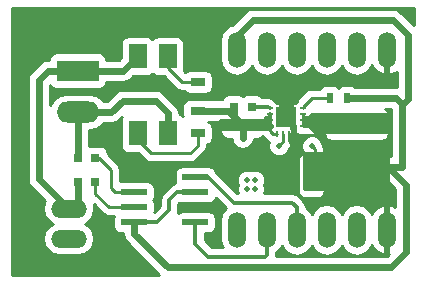
<source format=gbr>
G04 #@! TF.FileFunction,Copper,L1,Top,Signal*
%FSLAX46Y46*%
G04 Gerber Fmt 4.6, Leading zero omitted, Abs format (unit mm)*
G04 Created by KiCad (PCBNEW 4.0.4-stable) date 11/07/16 13:36:44*
%MOMM*%
%LPD*%
G01*
G04 APERTURE LIST*
%ADD10C,0.100000*%
%ADD11R,0.800000X0.750000*%
%ADD12R,0.750000X0.800000*%
%ADD13R,2.500000X1.000000*%
%ADD14R,1.000000X2.500000*%
%ADD15R,1.550000X2.100000*%
%ADD16R,1.300000X0.700000*%
%ADD17R,3.600000X1.800000*%
%ADD18O,3.600000X1.800000*%
%ADD19O,3.014980X1.506220*%
%ADD20R,0.500000X0.900000*%
%ADD21R,2.199640X0.599440*%
%ADD22R,4.200000X1.500000*%
%ADD23O,1.506220X3.014980*%
%ADD24O,0.600000X0.250000*%
%ADD25O,0.250000X0.600000*%
%ADD26R,1.700000X1.700000*%
%ADD27C,0.508000*%
%ADD28C,0.609600*%
%ADD29C,0.254000*%
%ADD30C,0.304800*%
G04 APERTURE END LIST*
D10*
D11*
X120154000Y-112268000D03*
X121654000Y-112268000D03*
X120154000Y-110236000D03*
X121654000Y-110236000D03*
D12*
X134874000Y-104406000D03*
X134874000Y-105906000D03*
X133350000Y-105906000D03*
X133350000Y-104406000D03*
D13*
X134112000Y-107466000D03*
X134112000Y-110466000D03*
D14*
X139930000Y-111760000D03*
X136930000Y-111760000D03*
D15*
X125222000Y-101652000D03*
X125222000Y-108152000D03*
X127762000Y-101652000D03*
X127762000Y-108152000D03*
D16*
X130302000Y-108138000D03*
X130302000Y-106238000D03*
X130302000Y-101920000D03*
X130302000Y-103820000D03*
D17*
X120142000Y-102870000D03*
D18*
X120142000Y-106370000D03*
D19*
X119380000Y-114554000D03*
X119380000Y-117094000D03*
D20*
X142990000Y-105156000D03*
X141490000Y-105156000D03*
D21*
X130106420Y-115697000D03*
X130106420Y-114427000D03*
X130106420Y-113157000D03*
X130106420Y-111887000D03*
X124909580Y-111887000D03*
X124909580Y-113157000D03*
X124909580Y-114427000D03*
X124909580Y-115697000D03*
D22*
X143764000Y-107420000D03*
X143764000Y-111020000D03*
D23*
X133604000Y-116332000D03*
X136144000Y-116332000D03*
X138684000Y-116332000D03*
X141224000Y-116332000D03*
X143764000Y-116332000D03*
X146304000Y-116332000D03*
X133604000Y-101092000D03*
X136144000Y-101092000D03*
X138684000Y-101092000D03*
X141224000Y-101092000D03*
X143764000Y-101092000D03*
X146304000Y-101092000D03*
D24*
X139195000Y-107557000D03*
X139195000Y-107057000D03*
X139195000Y-106557000D03*
X139195000Y-106057000D03*
D25*
X138545000Y-105407000D03*
X138045000Y-105407000D03*
X137545000Y-105407000D03*
X137045000Y-105407000D03*
D24*
X136395000Y-106057000D03*
X136395000Y-106557000D03*
X136395000Y-107057000D03*
X136395000Y-107557000D03*
D25*
X137045000Y-108207000D03*
X137545000Y-108207000D03*
X138045000Y-108207000D03*
X138545000Y-108207000D03*
D26*
X137795000Y-106807000D03*
D27*
X135128000Y-112903000D03*
X134493000Y-112903000D03*
X135128000Y-112141000D03*
X134493000Y-112141000D03*
X132207000Y-110617000D03*
X132080000Y-114554000D03*
X134112000Y-108585000D03*
X139954000Y-109220000D03*
X137160000Y-109220000D03*
D28*
X120154000Y-112268000D02*
X120154000Y-113780000D01*
X120154000Y-113780000D02*
X119380000Y-114554000D01*
X116840000Y-108966000D02*
X116840000Y-112014000D01*
X116840000Y-112014000D02*
X119380000Y-114554000D01*
X119380000Y-114554000D02*
X118618000Y-114554000D01*
X116840000Y-108966000D02*
X116840000Y-103632000D01*
X116840000Y-103632000D02*
X117602000Y-102870000D01*
X117602000Y-102870000D02*
X120142000Y-102870000D01*
X120142000Y-102870000D02*
X124004000Y-102870000D01*
X124004000Y-102870000D02*
X125222000Y-101652000D01*
D29*
X121654000Y-112268000D02*
X121654000Y-113272000D01*
X122809000Y-114427000D02*
X124909580Y-114427000D01*
X121654000Y-113272000D02*
X122809000Y-114427000D01*
D28*
X120142000Y-106370000D02*
X120142000Y-110224000D01*
X120142000Y-110224000D02*
X120154000Y-110236000D01*
X120142000Y-106370000D02*
X122936000Y-106370000D01*
X122936000Y-106370000D02*
X122992000Y-106370000D01*
X127762000Y-106426000D02*
X127762000Y-108152000D01*
X126746000Y-105410000D02*
X127762000Y-106426000D01*
X123952000Y-105410000D02*
X126746000Y-105410000D01*
X122992000Y-106370000D02*
X123952000Y-105410000D01*
D29*
X121654000Y-110236000D02*
X121920000Y-110236000D01*
X121920000Y-110236000D02*
X122936000Y-111252000D01*
X122936000Y-111252000D02*
X122936000Y-112776000D01*
X122936000Y-112776000D02*
X123317000Y-113157000D01*
X123317000Y-113157000D02*
X124909580Y-113157000D01*
X124909580Y-111887000D02*
X127000000Y-111887000D01*
X128270000Y-110617000D02*
X132207000Y-110617000D01*
X127000000Y-111887000D02*
X128270000Y-110617000D01*
X130106420Y-114427000D02*
X131953000Y-114427000D01*
X132358000Y-110466000D02*
X134112000Y-110466000D01*
X132207000Y-110617000D02*
X132358000Y-110466000D01*
X131953000Y-114427000D02*
X132080000Y-114554000D01*
D28*
X130302000Y-101920000D02*
X130876000Y-101920000D01*
X130876000Y-101920000D02*
X133350000Y-104394000D01*
X133350000Y-104394000D02*
X133350000Y-104406000D01*
D30*
X138545000Y-108207000D02*
X138545000Y-107557000D01*
X138545000Y-107557000D02*
X137795000Y-106807000D01*
X138045000Y-105407000D02*
X138045000Y-106557000D01*
X138045000Y-106557000D02*
X137795000Y-106807000D01*
D29*
X138045000Y-108207000D02*
X138045000Y-108835000D01*
X138045000Y-108835000D02*
X138176000Y-108966000D01*
X138045000Y-108207000D02*
X138545000Y-108207000D01*
X138045000Y-105407000D02*
X138545000Y-105407000D01*
X137545000Y-105407000D02*
X138045000Y-105407000D01*
D28*
X137045000Y-105407000D02*
X138545000Y-105407000D01*
X134874000Y-104406000D02*
X136044000Y-104406000D01*
X136044000Y-104406000D02*
X137045000Y-105407000D01*
X133350000Y-104406000D02*
X134874000Y-104406000D01*
D30*
X134874000Y-105906000D02*
X136244000Y-105906000D01*
X136244000Y-105906000D02*
X136395000Y-106057000D01*
D28*
X134112000Y-107466000D02*
X134112000Y-108585000D01*
D30*
X136395000Y-107057000D02*
X136395000Y-107557000D01*
X136395000Y-106557000D02*
X136395000Y-107057000D01*
D28*
X130302000Y-106238000D02*
X132884000Y-106238000D01*
X132884000Y-106238000D02*
X134112000Y-107466000D01*
X134112000Y-107466000D02*
X136304000Y-107466000D01*
X136304000Y-107466000D02*
X136395000Y-107557000D01*
D29*
X136395000Y-107557000D02*
X136395000Y-107947000D01*
X136655000Y-108207000D02*
X137045000Y-108207000D01*
X136395000Y-107947000D02*
X136655000Y-108207000D01*
D28*
X133350000Y-105906000D02*
X133350000Y-106704000D01*
X133350000Y-106704000D02*
X134112000Y-107466000D01*
X133604000Y-101092000D02*
X133604000Y-99949000D01*
X133604000Y-99949000D02*
X135001000Y-98552000D01*
X135001000Y-98552000D02*
X146812000Y-98552000D01*
X146812000Y-98552000D02*
X148082000Y-99822000D01*
X148082000Y-99822000D02*
X148082000Y-105283000D01*
X148082000Y-105283000D02*
X147574000Y-105791000D01*
X124909580Y-115697000D02*
X124909580Y-116654580D01*
X147955000Y-112522000D02*
X146453000Y-111020000D01*
X147955000Y-118237000D02*
X147955000Y-112522000D01*
X146685000Y-119507000D02*
X147955000Y-118237000D01*
X127762000Y-119507000D02*
X146685000Y-119507000D01*
X124909580Y-116654580D02*
X127762000Y-119507000D01*
D30*
X124909580Y-115697000D02*
X126873000Y-115697000D01*
X128524000Y-113157000D02*
X130106420Y-113157000D01*
X127889000Y-113792000D02*
X128524000Y-113157000D01*
X127889000Y-114681000D02*
X127889000Y-113792000D01*
X126873000Y-115697000D02*
X127889000Y-114681000D01*
D29*
X137545000Y-108207000D02*
X137545000Y-108835000D01*
X140208000Y-109474000D02*
X140208000Y-109982000D01*
X139954000Y-109220000D02*
X140208000Y-109474000D01*
X137545000Y-108835000D02*
X137160000Y-109220000D01*
D28*
X142990000Y-105156000D02*
X147066000Y-105156000D01*
X147552000Y-111020000D02*
X146453000Y-111020000D01*
X147574000Y-110998000D02*
X147552000Y-111020000D01*
X147574000Y-105664000D02*
X147574000Y-105791000D01*
X147574000Y-105791000D02*
X147574000Y-110998000D01*
X147066000Y-105156000D02*
X147574000Y-105664000D01*
X146453000Y-111020000D02*
X143764000Y-111020000D01*
D29*
X125222000Y-108152000D02*
X125222000Y-108712000D01*
X125222000Y-108712000D02*
X126365000Y-109855000D01*
X126365000Y-109855000D02*
X129667000Y-109855000D01*
X129667000Y-109855000D02*
X130302000Y-109220000D01*
X130302000Y-109220000D02*
X130302000Y-108138000D01*
X127762000Y-101652000D02*
X127762000Y-102616000D01*
X127762000Y-102616000D02*
X128966000Y-103820000D01*
X128966000Y-103820000D02*
X130302000Y-103820000D01*
X139195000Y-107557000D02*
X143627000Y-107557000D01*
X143627000Y-107557000D02*
X143764000Y-107420000D01*
X139195000Y-107057000D02*
X139195000Y-107557000D01*
X139195000Y-106557000D02*
X139195000Y-107057000D01*
X139195000Y-106057000D02*
X139195000Y-105915000D01*
X139954000Y-105156000D02*
X141490000Y-105156000D01*
X139195000Y-105915000D02*
X139954000Y-105156000D01*
D30*
X130106420Y-111887000D02*
X131191000Y-111887000D01*
X131191000Y-111887000D02*
X133350000Y-114046000D01*
X133350000Y-114046000D02*
X138303000Y-114046000D01*
X138303000Y-114046000D02*
X138684000Y-114427000D01*
X138684000Y-114427000D02*
X138684000Y-116332000D01*
X130106420Y-115697000D02*
X130106420Y-117533420D01*
X136144000Y-118491000D02*
X136144000Y-116332000D01*
X136017000Y-118618000D02*
X136144000Y-118491000D01*
X131191000Y-118618000D02*
X136017000Y-118618000D01*
X130106420Y-117533420D02*
X131191000Y-118618000D01*
D29*
G36*
X146431000Y-108077000D02*
X140260606Y-108077000D01*
X139789803Y-107606197D01*
X139747789Y-107578334D01*
X139700000Y-107569000D01*
X139332400Y-107569000D01*
X139332400Y-107557000D01*
X139292440Y-107356107D01*
X139292440Y-106817000D01*
X139388318Y-106817000D01*
X139679157Y-106759148D01*
X139925719Y-106594401D01*
X139953382Y-106553000D01*
X146431000Y-106553000D01*
X146431000Y-108077000D01*
X146431000Y-108077000D01*
G37*
X146431000Y-108077000D02*
X140260606Y-108077000D01*
X139789803Y-107606197D01*
X139747789Y-107578334D01*
X139700000Y-107569000D01*
X139332400Y-107569000D01*
X139332400Y-107557000D01*
X139292440Y-107356107D01*
X139292440Y-106817000D01*
X139388318Y-106817000D01*
X139679157Y-106759148D01*
X139925719Y-106594401D01*
X139953382Y-106553000D01*
X146431000Y-106553000D01*
X146431000Y-108077000D01*
G36*
X146431000Y-112903000D02*
X139319000Y-112903000D01*
X139319000Y-109855000D01*
X146431000Y-109855000D01*
X146431000Y-112903000D01*
X146431000Y-112903000D01*
G37*
X146431000Y-112903000D02*
X139319000Y-112903000D01*
X139319000Y-109855000D01*
X146431000Y-109855000D01*
X146431000Y-112903000D01*
G36*
X148590000Y-99000922D02*
X147476539Y-97887461D01*
X147171646Y-97683738D01*
X146812000Y-97612200D01*
X135001000Y-97612200D01*
X134641354Y-97683738D01*
X134336461Y-97887461D01*
X133244970Y-98978952D01*
X133072793Y-99013200D01*
X132622458Y-99314104D01*
X132321554Y-99764439D01*
X132215890Y-100295646D01*
X132215890Y-101888354D01*
X132321554Y-102419561D01*
X132622458Y-102869896D01*
X133072793Y-103170800D01*
X133604000Y-103276464D01*
X134135207Y-103170800D01*
X134585542Y-102869896D01*
X134874000Y-102438188D01*
X135162458Y-102869896D01*
X135612793Y-103170800D01*
X136144000Y-103276464D01*
X136675207Y-103170800D01*
X137125542Y-102869896D01*
X137414000Y-102438188D01*
X137702458Y-102869896D01*
X138152793Y-103170800D01*
X138684000Y-103276464D01*
X139215207Y-103170800D01*
X139665542Y-102869896D01*
X139954000Y-102438188D01*
X140242458Y-102869896D01*
X140692793Y-103170800D01*
X141224000Y-103276464D01*
X141755207Y-103170800D01*
X142205542Y-102869896D01*
X142494000Y-102438188D01*
X142782458Y-102869896D01*
X143232793Y-103170800D01*
X143764000Y-103276464D01*
X144295207Y-103170800D01*
X144745542Y-102869896D01*
X145046446Y-102419561D01*
X145047016Y-102416694D01*
X145070154Y-102494919D01*
X145412260Y-102917724D01*
X145890125Y-103177427D01*
X145962326Y-103191783D01*
X146177000Y-103069162D01*
X146177000Y-101219000D01*
X146157000Y-101219000D01*
X146157000Y-100965000D01*
X146177000Y-100965000D01*
X146177000Y-100945000D01*
X146431000Y-100945000D01*
X146431000Y-100965000D01*
X146451000Y-100965000D01*
X146451000Y-101219000D01*
X146431000Y-101219000D01*
X146431000Y-103069162D01*
X146645674Y-103191783D01*
X146717875Y-103177427D01*
X147142200Y-102946821D01*
X147142200Y-104231357D01*
X147066000Y-104216200D01*
X143647950Y-104216200D01*
X143491890Y-104109569D01*
X143240000Y-104058560D01*
X142740000Y-104058560D01*
X142504683Y-104102838D01*
X142288559Y-104241910D01*
X142240866Y-104311711D01*
X142204090Y-104254559D01*
X141991890Y-104109569D01*
X141740000Y-104058560D01*
X141240000Y-104058560D01*
X141004683Y-104102838D01*
X140788559Y-104241910D01*
X140684640Y-104394000D01*
X139954000Y-104394000D01*
X139662395Y-104452004D01*
X139415185Y-104617185D01*
X138656185Y-105376185D01*
X138637851Y-105403623D01*
X138464281Y-105519599D01*
X138299534Y-105766161D01*
X138241682Y-106057000D01*
X138291411Y-106307000D01*
X138241682Y-106557000D01*
X138291411Y-106807000D01*
X138241682Y-107057000D01*
X138291411Y-107307000D01*
X138241682Y-107557000D01*
X138299534Y-107847839D01*
X138464281Y-108094401D01*
X138710843Y-108259148D01*
X139001682Y-108317000D01*
X139184945Y-108317000D01*
X139195000Y-108319000D01*
X141044596Y-108319000D01*
X141060838Y-108405317D01*
X141199910Y-108621441D01*
X141412110Y-108766431D01*
X141664000Y-108817440D01*
X145864000Y-108817440D01*
X146099317Y-108773162D01*
X146315441Y-108634090D01*
X146460431Y-108421890D01*
X146511440Y-108170000D01*
X146511440Y-106670000D01*
X146467162Y-106434683D01*
X146328090Y-106218559D01*
X146148426Y-106095800D01*
X146634200Y-106095800D01*
X146634200Y-110080200D01*
X146475727Y-110080200D01*
X146467162Y-110034683D01*
X146328090Y-109818559D01*
X146115890Y-109673569D01*
X145864000Y-109622560D01*
X141664000Y-109622560D01*
X141428683Y-109666838D01*
X141212559Y-109805910D01*
X141067569Y-110018110D01*
X141019813Y-110253938D01*
X140940443Y-110130593D01*
X140970000Y-109982000D01*
X140970000Y-109474000D01*
X140911996Y-109182395D01*
X140848870Y-109087920D01*
X140843123Y-109079319D01*
X140843154Y-109043943D01*
X140708097Y-108717080D01*
X140458236Y-108466782D01*
X140131609Y-108331154D01*
X139777943Y-108330846D01*
X139451080Y-108465903D01*
X139200782Y-108715764D01*
X139065154Y-109042391D01*
X139064846Y-109396057D01*
X139199903Y-109722920D01*
X139353642Y-109876928D01*
X139194683Y-109906838D01*
X138978559Y-110045910D01*
X138833569Y-110258110D01*
X138782560Y-110510000D01*
X138782560Y-113010000D01*
X138826838Y-113245317D01*
X138965910Y-113461441D01*
X139178110Y-113606431D01*
X139430000Y-113657440D01*
X140430000Y-113657440D01*
X140665317Y-113613162D01*
X140881441Y-113474090D01*
X141026431Y-113261890D01*
X141077440Y-113010000D01*
X141077440Y-112031117D01*
X141199910Y-112221441D01*
X141412110Y-112366431D01*
X141664000Y-112417440D01*
X145864000Y-112417440D01*
X146099317Y-112373162D01*
X146315441Y-112234090D01*
X146324603Y-112220681D01*
X147015200Y-112911278D01*
X147015200Y-114408159D01*
X146717875Y-114246573D01*
X146645674Y-114232217D01*
X146431000Y-114354838D01*
X146431000Y-116205000D01*
X146451000Y-116205000D01*
X146451000Y-116459000D01*
X146431000Y-116459000D01*
X146431000Y-118309162D01*
X146509132Y-118353790D01*
X146295722Y-118567200D01*
X136916243Y-118567200D01*
X136931400Y-118491000D01*
X136931400Y-118239617D01*
X137125542Y-118109896D01*
X137414000Y-117678188D01*
X137702458Y-118109896D01*
X138152793Y-118410800D01*
X138684000Y-118516464D01*
X139215207Y-118410800D01*
X139665542Y-118109896D01*
X139954000Y-117678188D01*
X140242458Y-118109896D01*
X140692793Y-118410800D01*
X141224000Y-118516464D01*
X141755207Y-118410800D01*
X142205542Y-118109896D01*
X142494000Y-117678188D01*
X142782458Y-118109896D01*
X143232793Y-118410800D01*
X143764000Y-118516464D01*
X144295207Y-118410800D01*
X144745542Y-118109896D01*
X145046446Y-117659561D01*
X145047016Y-117656694D01*
X145070154Y-117734919D01*
X145412260Y-118157724D01*
X145890125Y-118417427D01*
X145962326Y-118431783D01*
X146177000Y-118309162D01*
X146177000Y-116459000D01*
X146157000Y-116459000D01*
X146157000Y-116205000D01*
X146177000Y-116205000D01*
X146177000Y-114354838D01*
X145962326Y-114232217D01*
X145890125Y-114246573D01*
X145412260Y-114506276D01*
X145070154Y-114929081D01*
X145047016Y-115007306D01*
X145046446Y-115004439D01*
X144745542Y-114554104D01*
X144295207Y-114253200D01*
X143764000Y-114147536D01*
X143232793Y-114253200D01*
X142782458Y-114554104D01*
X142494000Y-114985812D01*
X142205542Y-114554104D01*
X141755207Y-114253200D01*
X141224000Y-114147536D01*
X140692793Y-114253200D01*
X140242458Y-114554104D01*
X139954000Y-114985812D01*
X139665542Y-114554104D01*
X139470800Y-114423981D01*
X139411463Y-114125675D01*
X139240776Y-113870224D01*
X138859776Y-113489224D01*
X138604325Y-113318537D01*
X138303000Y-113258600D01*
X135942937Y-113258600D01*
X136016846Y-113080609D01*
X136017154Y-112726943D01*
X135932432Y-112521900D01*
X136016846Y-112318609D01*
X136017154Y-111964943D01*
X135882097Y-111638080D01*
X135632236Y-111387782D01*
X135305609Y-111252154D01*
X134951943Y-111251846D01*
X134810557Y-111310266D01*
X134670609Y-111252154D01*
X134316943Y-111251846D01*
X133990080Y-111386903D01*
X133739782Y-111636764D01*
X133604154Y-111963391D01*
X133603846Y-112317057D01*
X133688568Y-112522100D01*
X133604154Y-112725391D01*
X133603846Y-113079057D01*
X133678032Y-113258600D01*
X133676152Y-113258600D01*
X131818647Y-111401095D01*
X131809402Y-111351963D01*
X131670330Y-111135839D01*
X131458130Y-110990849D01*
X131206240Y-110939840D01*
X129006600Y-110939840D01*
X128771283Y-110984118D01*
X128555159Y-111123190D01*
X128410169Y-111335390D01*
X128359160Y-111587280D01*
X128359160Y-112186720D01*
X128398277Y-112394608D01*
X128222675Y-112429537D01*
X127967224Y-112600224D01*
X127332224Y-113235224D01*
X127161537Y-113490675D01*
X127101600Y-113792000D01*
X127101600Y-114354848D01*
X126638332Y-114818116D01*
X126656840Y-114726720D01*
X126656840Y-114127280D01*
X126612562Y-113891963D01*
X126548536Y-113792464D01*
X126605831Y-113708610D01*
X126656840Y-113456720D01*
X126656840Y-112857280D01*
X126612562Y-112621963D01*
X126473490Y-112405839D01*
X126261290Y-112260849D01*
X126009400Y-112209840D01*
X123809760Y-112209840D01*
X123698000Y-112230869D01*
X123698000Y-111252000D01*
X123639996Y-110960395D01*
X123474815Y-110713185D01*
X122701440Y-109939810D01*
X122701440Y-109861000D01*
X122657162Y-109625683D01*
X122518090Y-109409559D01*
X122305890Y-109264569D01*
X122054000Y-109213560D01*
X121254000Y-109213560D01*
X121081800Y-109245962D01*
X121081800Y-107905000D01*
X121089704Y-107905000D01*
X121677123Y-107788155D01*
X122175113Y-107455409D01*
X122272406Y-107309800D01*
X122992000Y-107309800D01*
X123351646Y-107238262D01*
X123656539Y-107034539D01*
X123871281Y-106819797D01*
X123850569Y-106850110D01*
X123799560Y-107102000D01*
X123799560Y-109202000D01*
X123843838Y-109437317D01*
X123982910Y-109653441D01*
X124195110Y-109798431D01*
X124447000Y-109849440D01*
X125281810Y-109849440D01*
X125826185Y-110393815D01*
X126073395Y-110558996D01*
X126365000Y-110617000D01*
X129667000Y-110617000D01*
X129958605Y-110558996D01*
X130205815Y-110393815D01*
X130840816Y-109758815D01*
X130971391Y-109563395D01*
X131005996Y-109511605D01*
X131064000Y-109220000D01*
X131064000Y-109114366D01*
X131187317Y-109091162D01*
X131403441Y-108952090D01*
X131548431Y-108739890D01*
X131599440Y-108488000D01*
X131599440Y-107788000D01*
X131555162Y-107552683D01*
X131416090Y-107336559D01*
X131203890Y-107191569D01*
X131190803Y-107188919D01*
X131208082Y-107177800D01*
X132214560Y-107177800D01*
X132214560Y-107966000D01*
X132258838Y-108201317D01*
X132397910Y-108417441D01*
X132610110Y-108562431D01*
X132862000Y-108613440D01*
X133177857Y-108613440D01*
X133243738Y-108944646D01*
X133447461Y-109249539D01*
X133752354Y-109453262D01*
X134112000Y-109524800D01*
X134471646Y-109453262D01*
X134776539Y-109249539D01*
X134980262Y-108944646D01*
X135046143Y-108613440D01*
X135362000Y-108613440D01*
X135597317Y-108569162D01*
X135813441Y-108430090D01*
X135816227Y-108426013D01*
X135856185Y-108485815D01*
X136116185Y-108745816D01*
X136333898Y-108891287D01*
X136271154Y-109042391D01*
X136270846Y-109396057D01*
X136405903Y-109722920D01*
X136655764Y-109973218D01*
X136982391Y-110108846D01*
X137336057Y-110109154D01*
X137662920Y-109974097D01*
X137913218Y-109724236D01*
X138040910Y-109416721D01*
X138083815Y-109373816D01*
X138248996Y-109126605D01*
X138307000Y-108835000D01*
X138307000Y-108207000D01*
X138305000Y-108196945D01*
X138305000Y-108013682D01*
X138247148Y-107722843D01*
X138082401Y-107476281D01*
X137835839Y-107311534D01*
X137545000Y-107253682D01*
X137299481Y-107302519D01*
X137348318Y-107057000D01*
X137298589Y-106807000D01*
X137348318Y-106557000D01*
X137298589Y-106307000D01*
X137348318Y-106057000D01*
X137290466Y-105766161D01*
X137125719Y-105519599D01*
X136879157Y-105354852D01*
X136779545Y-105335038D01*
X136545325Y-105178537D01*
X136244000Y-105118600D01*
X135754299Y-105118600D01*
X135713090Y-105054559D01*
X135500890Y-104909569D01*
X135249000Y-104858560D01*
X134499000Y-104858560D01*
X134263683Y-104902838D01*
X134110913Y-105001143D01*
X133976890Y-104909569D01*
X133725000Y-104858560D01*
X132975000Y-104858560D01*
X132739683Y-104902838D01*
X132523559Y-105041910D01*
X132378569Y-105254110D01*
X132369641Y-105298200D01*
X131213595Y-105298200D01*
X131203890Y-105291569D01*
X130952000Y-105240560D01*
X129652000Y-105240560D01*
X129416683Y-105284838D01*
X129200559Y-105423910D01*
X129055569Y-105636110D01*
X129004560Y-105888000D01*
X129004560Y-106588000D01*
X129022630Y-106684033D01*
X129001090Y-106650559D01*
X128788890Y-106505569D01*
X128701800Y-106487933D01*
X128701800Y-106426000D01*
X128630262Y-106066354D01*
X128426539Y-105761461D01*
X127410539Y-104745461D01*
X127105646Y-104541738D01*
X126746000Y-104470200D01*
X123952000Y-104470200D01*
X123592354Y-104541738D01*
X123287461Y-104745461D01*
X122602722Y-105430200D01*
X122272406Y-105430200D01*
X122175113Y-105284591D01*
X121677123Y-104951845D01*
X121089704Y-104835000D01*
X119194296Y-104835000D01*
X118606877Y-104951845D01*
X118108887Y-105284591D01*
X117779800Y-105777105D01*
X117779800Y-104068974D01*
X117877910Y-104221441D01*
X118090110Y-104366431D01*
X118342000Y-104417440D01*
X121942000Y-104417440D01*
X122177317Y-104373162D01*
X122393441Y-104234090D01*
X122538431Y-104021890D01*
X122581380Y-103809800D01*
X124004000Y-103809800D01*
X124363646Y-103738262D01*
X124668539Y-103534539D01*
X124853638Y-103349440D01*
X125997000Y-103349440D01*
X126232317Y-103305162D01*
X126448441Y-103166090D01*
X126490984Y-103103826D01*
X126522910Y-103153441D01*
X126735110Y-103298431D01*
X126987000Y-103349440D01*
X127417810Y-103349440D01*
X128427185Y-104358815D01*
X128674395Y-104523996D01*
X128966000Y-104582000D01*
X129162530Y-104582000D01*
X129187910Y-104621441D01*
X129400110Y-104766431D01*
X129652000Y-104817440D01*
X130952000Y-104817440D01*
X131187317Y-104773162D01*
X131403441Y-104634090D01*
X131548431Y-104421890D01*
X131599440Y-104170000D01*
X131599440Y-103470000D01*
X131555162Y-103234683D01*
X131416090Y-103018559D01*
X131203890Y-102873569D01*
X130952000Y-102822560D01*
X129652000Y-102822560D01*
X129416683Y-102866838D01*
X129218193Y-102994563D01*
X129140856Y-102917226D01*
X129184440Y-102702000D01*
X129184440Y-100602000D01*
X129140162Y-100366683D01*
X129001090Y-100150559D01*
X128788890Y-100005569D01*
X128537000Y-99954560D01*
X126987000Y-99954560D01*
X126751683Y-99998838D01*
X126535559Y-100137910D01*
X126493016Y-100200174D01*
X126461090Y-100150559D01*
X126248890Y-100005569D01*
X125997000Y-99954560D01*
X124447000Y-99954560D01*
X124211683Y-99998838D01*
X123995559Y-100137910D01*
X123850569Y-100350110D01*
X123799560Y-100602000D01*
X123799560Y-101745362D01*
X123614722Y-101930200D01*
X122581951Y-101930200D01*
X122545162Y-101734683D01*
X122406090Y-101518559D01*
X122193890Y-101373569D01*
X121942000Y-101322560D01*
X118342000Y-101322560D01*
X118106683Y-101366838D01*
X117890559Y-101505910D01*
X117745569Y-101718110D01*
X117702620Y-101930200D01*
X117602000Y-101930200D01*
X117242354Y-102001738D01*
X116937461Y-102205461D01*
X116175461Y-102967461D01*
X115971738Y-103272354D01*
X115900200Y-103632000D01*
X115900200Y-112014000D01*
X115971738Y-112373646D01*
X116175461Y-112678539D01*
X117388725Y-113891803D01*
X117301200Y-114022793D01*
X117195536Y-114554000D01*
X117301200Y-115085207D01*
X117602104Y-115535542D01*
X118033812Y-115824000D01*
X117602104Y-116112458D01*
X117301200Y-116562793D01*
X117195536Y-117094000D01*
X117301200Y-117625207D01*
X117602104Y-118075542D01*
X118052439Y-118376446D01*
X118583646Y-118482110D01*
X120176354Y-118482110D01*
X120707561Y-118376446D01*
X121157896Y-118075542D01*
X121458800Y-117625207D01*
X121564464Y-117094000D01*
X121458800Y-116562793D01*
X121157896Y-116112458D01*
X120726188Y-115824000D01*
X121157896Y-115535542D01*
X121458800Y-115085207D01*
X121564464Y-114554000D01*
X121491486Y-114187116D01*
X122270185Y-114965816D01*
X122369927Y-115032461D01*
X122517395Y-115130996D01*
X122809000Y-115189000D01*
X123204498Y-115189000D01*
X123162320Y-115397280D01*
X123162320Y-115996720D01*
X123206598Y-116232037D01*
X123345670Y-116448161D01*
X123557870Y-116593151D01*
X123809760Y-116644160D01*
X123969780Y-116644160D01*
X123969780Y-116654580D01*
X124041318Y-117014226D01*
X124245041Y-117319119D01*
X127067922Y-120142000D01*
X114554000Y-120142000D01*
X114554000Y-97536000D01*
X148590000Y-97536000D01*
X148590000Y-99000922D01*
X148590000Y-99000922D01*
G37*
X148590000Y-99000922D02*
X147476539Y-97887461D01*
X147171646Y-97683738D01*
X146812000Y-97612200D01*
X135001000Y-97612200D01*
X134641354Y-97683738D01*
X134336461Y-97887461D01*
X133244970Y-98978952D01*
X133072793Y-99013200D01*
X132622458Y-99314104D01*
X132321554Y-99764439D01*
X132215890Y-100295646D01*
X132215890Y-101888354D01*
X132321554Y-102419561D01*
X132622458Y-102869896D01*
X133072793Y-103170800D01*
X133604000Y-103276464D01*
X134135207Y-103170800D01*
X134585542Y-102869896D01*
X134874000Y-102438188D01*
X135162458Y-102869896D01*
X135612793Y-103170800D01*
X136144000Y-103276464D01*
X136675207Y-103170800D01*
X137125542Y-102869896D01*
X137414000Y-102438188D01*
X137702458Y-102869896D01*
X138152793Y-103170800D01*
X138684000Y-103276464D01*
X139215207Y-103170800D01*
X139665542Y-102869896D01*
X139954000Y-102438188D01*
X140242458Y-102869896D01*
X140692793Y-103170800D01*
X141224000Y-103276464D01*
X141755207Y-103170800D01*
X142205542Y-102869896D01*
X142494000Y-102438188D01*
X142782458Y-102869896D01*
X143232793Y-103170800D01*
X143764000Y-103276464D01*
X144295207Y-103170800D01*
X144745542Y-102869896D01*
X145046446Y-102419561D01*
X145047016Y-102416694D01*
X145070154Y-102494919D01*
X145412260Y-102917724D01*
X145890125Y-103177427D01*
X145962326Y-103191783D01*
X146177000Y-103069162D01*
X146177000Y-101219000D01*
X146157000Y-101219000D01*
X146157000Y-100965000D01*
X146177000Y-100965000D01*
X146177000Y-100945000D01*
X146431000Y-100945000D01*
X146431000Y-100965000D01*
X146451000Y-100965000D01*
X146451000Y-101219000D01*
X146431000Y-101219000D01*
X146431000Y-103069162D01*
X146645674Y-103191783D01*
X146717875Y-103177427D01*
X147142200Y-102946821D01*
X147142200Y-104231357D01*
X147066000Y-104216200D01*
X143647950Y-104216200D01*
X143491890Y-104109569D01*
X143240000Y-104058560D01*
X142740000Y-104058560D01*
X142504683Y-104102838D01*
X142288559Y-104241910D01*
X142240866Y-104311711D01*
X142204090Y-104254559D01*
X141991890Y-104109569D01*
X141740000Y-104058560D01*
X141240000Y-104058560D01*
X141004683Y-104102838D01*
X140788559Y-104241910D01*
X140684640Y-104394000D01*
X139954000Y-104394000D01*
X139662395Y-104452004D01*
X139415185Y-104617185D01*
X138656185Y-105376185D01*
X138637851Y-105403623D01*
X138464281Y-105519599D01*
X138299534Y-105766161D01*
X138241682Y-106057000D01*
X138291411Y-106307000D01*
X138241682Y-106557000D01*
X138291411Y-106807000D01*
X138241682Y-107057000D01*
X138291411Y-107307000D01*
X138241682Y-107557000D01*
X138299534Y-107847839D01*
X138464281Y-108094401D01*
X138710843Y-108259148D01*
X139001682Y-108317000D01*
X139184945Y-108317000D01*
X139195000Y-108319000D01*
X141044596Y-108319000D01*
X141060838Y-108405317D01*
X141199910Y-108621441D01*
X141412110Y-108766431D01*
X141664000Y-108817440D01*
X145864000Y-108817440D01*
X146099317Y-108773162D01*
X146315441Y-108634090D01*
X146460431Y-108421890D01*
X146511440Y-108170000D01*
X146511440Y-106670000D01*
X146467162Y-106434683D01*
X146328090Y-106218559D01*
X146148426Y-106095800D01*
X146634200Y-106095800D01*
X146634200Y-110080200D01*
X146475727Y-110080200D01*
X146467162Y-110034683D01*
X146328090Y-109818559D01*
X146115890Y-109673569D01*
X145864000Y-109622560D01*
X141664000Y-109622560D01*
X141428683Y-109666838D01*
X141212559Y-109805910D01*
X141067569Y-110018110D01*
X141019813Y-110253938D01*
X140940443Y-110130593D01*
X140970000Y-109982000D01*
X140970000Y-109474000D01*
X140911996Y-109182395D01*
X140848870Y-109087920D01*
X140843123Y-109079319D01*
X140843154Y-109043943D01*
X140708097Y-108717080D01*
X140458236Y-108466782D01*
X140131609Y-108331154D01*
X139777943Y-108330846D01*
X139451080Y-108465903D01*
X139200782Y-108715764D01*
X139065154Y-109042391D01*
X139064846Y-109396057D01*
X139199903Y-109722920D01*
X139353642Y-109876928D01*
X139194683Y-109906838D01*
X138978559Y-110045910D01*
X138833569Y-110258110D01*
X138782560Y-110510000D01*
X138782560Y-113010000D01*
X138826838Y-113245317D01*
X138965910Y-113461441D01*
X139178110Y-113606431D01*
X139430000Y-113657440D01*
X140430000Y-113657440D01*
X140665317Y-113613162D01*
X140881441Y-113474090D01*
X141026431Y-113261890D01*
X141077440Y-113010000D01*
X141077440Y-112031117D01*
X141199910Y-112221441D01*
X141412110Y-112366431D01*
X141664000Y-112417440D01*
X145864000Y-112417440D01*
X146099317Y-112373162D01*
X146315441Y-112234090D01*
X146324603Y-112220681D01*
X147015200Y-112911278D01*
X147015200Y-114408159D01*
X146717875Y-114246573D01*
X146645674Y-114232217D01*
X146431000Y-114354838D01*
X146431000Y-116205000D01*
X146451000Y-116205000D01*
X146451000Y-116459000D01*
X146431000Y-116459000D01*
X146431000Y-118309162D01*
X146509132Y-118353790D01*
X146295722Y-118567200D01*
X136916243Y-118567200D01*
X136931400Y-118491000D01*
X136931400Y-118239617D01*
X137125542Y-118109896D01*
X137414000Y-117678188D01*
X137702458Y-118109896D01*
X138152793Y-118410800D01*
X138684000Y-118516464D01*
X139215207Y-118410800D01*
X139665542Y-118109896D01*
X139954000Y-117678188D01*
X140242458Y-118109896D01*
X140692793Y-118410800D01*
X141224000Y-118516464D01*
X141755207Y-118410800D01*
X142205542Y-118109896D01*
X142494000Y-117678188D01*
X142782458Y-118109896D01*
X143232793Y-118410800D01*
X143764000Y-118516464D01*
X144295207Y-118410800D01*
X144745542Y-118109896D01*
X145046446Y-117659561D01*
X145047016Y-117656694D01*
X145070154Y-117734919D01*
X145412260Y-118157724D01*
X145890125Y-118417427D01*
X145962326Y-118431783D01*
X146177000Y-118309162D01*
X146177000Y-116459000D01*
X146157000Y-116459000D01*
X146157000Y-116205000D01*
X146177000Y-116205000D01*
X146177000Y-114354838D01*
X145962326Y-114232217D01*
X145890125Y-114246573D01*
X145412260Y-114506276D01*
X145070154Y-114929081D01*
X145047016Y-115007306D01*
X145046446Y-115004439D01*
X144745542Y-114554104D01*
X144295207Y-114253200D01*
X143764000Y-114147536D01*
X143232793Y-114253200D01*
X142782458Y-114554104D01*
X142494000Y-114985812D01*
X142205542Y-114554104D01*
X141755207Y-114253200D01*
X141224000Y-114147536D01*
X140692793Y-114253200D01*
X140242458Y-114554104D01*
X139954000Y-114985812D01*
X139665542Y-114554104D01*
X139470800Y-114423981D01*
X139411463Y-114125675D01*
X139240776Y-113870224D01*
X138859776Y-113489224D01*
X138604325Y-113318537D01*
X138303000Y-113258600D01*
X135942937Y-113258600D01*
X136016846Y-113080609D01*
X136017154Y-112726943D01*
X135932432Y-112521900D01*
X136016846Y-112318609D01*
X136017154Y-111964943D01*
X135882097Y-111638080D01*
X135632236Y-111387782D01*
X135305609Y-111252154D01*
X134951943Y-111251846D01*
X134810557Y-111310266D01*
X134670609Y-111252154D01*
X134316943Y-111251846D01*
X133990080Y-111386903D01*
X133739782Y-111636764D01*
X133604154Y-111963391D01*
X133603846Y-112317057D01*
X133688568Y-112522100D01*
X133604154Y-112725391D01*
X133603846Y-113079057D01*
X133678032Y-113258600D01*
X133676152Y-113258600D01*
X131818647Y-111401095D01*
X131809402Y-111351963D01*
X131670330Y-111135839D01*
X131458130Y-110990849D01*
X131206240Y-110939840D01*
X129006600Y-110939840D01*
X128771283Y-110984118D01*
X128555159Y-111123190D01*
X128410169Y-111335390D01*
X128359160Y-111587280D01*
X128359160Y-112186720D01*
X128398277Y-112394608D01*
X128222675Y-112429537D01*
X127967224Y-112600224D01*
X127332224Y-113235224D01*
X127161537Y-113490675D01*
X127101600Y-113792000D01*
X127101600Y-114354848D01*
X126638332Y-114818116D01*
X126656840Y-114726720D01*
X126656840Y-114127280D01*
X126612562Y-113891963D01*
X126548536Y-113792464D01*
X126605831Y-113708610D01*
X126656840Y-113456720D01*
X126656840Y-112857280D01*
X126612562Y-112621963D01*
X126473490Y-112405839D01*
X126261290Y-112260849D01*
X126009400Y-112209840D01*
X123809760Y-112209840D01*
X123698000Y-112230869D01*
X123698000Y-111252000D01*
X123639996Y-110960395D01*
X123474815Y-110713185D01*
X122701440Y-109939810D01*
X122701440Y-109861000D01*
X122657162Y-109625683D01*
X122518090Y-109409559D01*
X122305890Y-109264569D01*
X122054000Y-109213560D01*
X121254000Y-109213560D01*
X121081800Y-109245962D01*
X121081800Y-107905000D01*
X121089704Y-107905000D01*
X121677123Y-107788155D01*
X122175113Y-107455409D01*
X122272406Y-107309800D01*
X122992000Y-107309800D01*
X123351646Y-107238262D01*
X123656539Y-107034539D01*
X123871281Y-106819797D01*
X123850569Y-106850110D01*
X123799560Y-107102000D01*
X123799560Y-109202000D01*
X123843838Y-109437317D01*
X123982910Y-109653441D01*
X124195110Y-109798431D01*
X124447000Y-109849440D01*
X125281810Y-109849440D01*
X125826185Y-110393815D01*
X126073395Y-110558996D01*
X126365000Y-110617000D01*
X129667000Y-110617000D01*
X129958605Y-110558996D01*
X130205815Y-110393815D01*
X130840816Y-109758815D01*
X130971391Y-109563395D01*
X131005996Y-109511605D01*
X131064000Y-109220000D01*
X131064000Y-109114366D01*
X131187317Y-109091162D01*
X131403441Y-108952090D01*
X131548431Y-108739890D01*
X131599440Y-108488000D01*
X131599440Y-107788000D01*
X131555162Y-107552683D01*
X131416090Y-107336559D01*
X131203890Y-107191569D01*
X131190803Y-107188919D01*
X131208082Y-107177800D01*
X132214560Y-107177800D01*
X132214560Y-107966000D01*
X132258838Y-108201317D01*
X132397910Y-108417441D01*
X132610110Y-108562431D01*
X132862000Y-108613440D01*
X133177857Y-108613440D01*
X133243738Y-108944646D01*
X133447461Y-109249539D01*
X133752354Y-109453262D01*
X134112000Y-109524800D01*
X134471646Y-109453262D01*
X134776539Y-109249539D01*
X134980262Y-108944646D01*
X135046143Y-108613440D01*
X135362000Y-108613440D01*
X135597317Y-108569162D01*
X135813441Y-108430090D01*
X135816227Y-108426013D01*
X135856185Y-108485815D01*
X136116185Y-108745816D01*
X136333898Y-108891287D01*
X136271154Y-109042391D01*
X136270846Y-109396057D01*
X136405903Y-109722920D01*
X136655764Y-109973218D01*
X136982391Y-110108846D01*
X137336057Y-110109154D01*
X137662920Y-109974097D01*
X137913218Y-109724236D01*
X138040910Y-109416721D01*
X138083815Y-109373816D01*
X138248996Y-109126605D01*
X138307000Y-108835000D01*
X138307000Y-108207000D01*
X138305000Y-108196945D01*
X138305000Y-108013682D01*
X138247148Y-107722843D01*
X138082401Y-107476281D01*
X137835839Y-107311534D01*
X137545000Y-107253682D01*
X137299481Y-107302519D01*
X137348318Y-107057000D01*
X137298589Y-106807000D01*
X137348318Y-106557000D01*
X137298589Y-106307000D01*
X137348318Y-106057000D01*
X137290466Y-105766161D01*
X137125719Y-105519599D01*
X136879157Y-105354852D01*
X136779545Y-105335038D01*
X136545325Y-105178537D01*
X136244000Y-105118600D01*
X135754299Y-105118600D01*
X135713090Y-105054559D01*
X135500890Y-104909569D01*
X135249000Y-104858560D01*
X134499000Y-104858560D01*
X134263683Y-104902838D01*
X134110913Y-105001143D01*
X133976890Y-104909569D01*
X133725000Y-104858560D01*
X132975000Y-104858560D01*
X132739683Y-104902838D01*
X132523559Y-105041910D01*
X132378569Y-105254110D01*
X132369641Y-105298200D01*
X131213595Y-105298200D01*
X131203890Y-105291569D01*
X130952000Y-105240560D01*
X129652000Y-105240560D01*
X129416683Y-105284838D01*
X129200559Y-105423910D01*
X129055569Y-105636110D01*
X129004560Y-105888000D01*
X129004560Y-106588000D01*
X129022630Y-106684033D01*
X129001090Y-106650559D01*
X128788890Y-106505569D01*
X128701800Y-106487933D01*
X128701800Y-106426000D01*
X128630262Y-106066354D01*
X128426539Y-105761461D01*
X127410539Y-104745461D01*
X127105646Y-104541738D01*
X126746000Y-104470200D01*
X123952000Y-104470200D01*
X123592354Y-104541738D01*
X123287461Y-104745461D01*
X122602722Y-105430200D01*
X122272406Y-105430200D01*
X122175113Y-105284591D01*
X121677123Y-104951845D01*
X121089704Y-104835000D01*
X119194296Y-104835000D01*
X118606877Y-104951845D01*
X118108887Y-105284591D01*
X117779800Y-105777105D01*
X117779800Y-104068974D01*
X117877910Y-104221441D01*
X118090110Y-104366431D01*
X118342000Y-104417440D01*
X121942000Y-104417440D01*
X122177317Y-104373162D01*
X122393441Y-104234090D01*
X122538431Y-104021890D01*
X122581380Y-103809800D01*
X124004000Y-103809800D01*
X124363646Y-103738262D01*
X124668539Y-103534539D01*
X124853638Y-103349440D01*
X125997000Y-103349440D01*
X126232317Y-103305162D01*
X126448441Y-103166090D01*
X126490984Y-103103826D01*
X126522910Y-103153441D01*
X126735110Y-103298431D01*
X126987000Y-103349440D01*
X127417810Y-103349440D01*
X128427185Y-104358815D01*
X128674395Y-104523996D01*
X128966000Y-104582000D01*
X129162530Y-104582000D01*
X129187910Y-104621441D01*
X129400110Y-104766431D01*
X129652000Y-104817440D01*
X130952000Y-104817440D01*
X131187317Y-104773162D01*
X131403441Y-104634090D01*
X131548431Y-104421890D01*
X131599440Y-104170000D01*
X131599440Y-103470000D01*
X131555162Y-103234683D01*
X131416090Y-103018559D01*
X131203890Y-102873569D01*
X130952000Y-102822560D01*
X129652000Y-102822560D01*
X129416683Y-102866838D01*
X129218193Y-102994563D01*
X129140856Y-102917226D01*
X129184440Y-102702000D01*
X129184440Y-100602000D01*
X129140162Y-100366683D01*
X129001090Y-100150559D01*
X128788890Y-100005569D01*
X128537000Y-99954560D01*
X126987000Y-99954560D01*
X126751683Y-99998838D01*
X126535559Y-100137910D01*
X126493016Y-100200174D01*
X126461090Y-100150559D01*
X126248890Y-100005569D01*
X125997000Y-99954560D01*
X124447000Y-99954560D01*
X124211683Y-99998838D01*
X123995559Y-100137910D01*
X123850569Y-100350110D01*
X123799560Y-100602000D01*
X123799560Y-101745362D01*
X123614722Y-101930200D01*
X122581951Y-101930200D01*
X122545162Y-101734683D01*
X122406090Y-101518559D01*
X122193890Y-101373569D01*
X121942000Y-101322560D01*
X118342000Y-101322560D01*
X118106683Y-101366838D01*
X117890559Y-101505910D01*
X117745569Y-101718110D01*
X117702620Y-101930200D01*
X117602000Y-101930200D01*
X117242354Y-102001738D01*
X116937461Y-102205461D01*
X116175461Y-102967461D01*
X115971738Y-103272354D01*
X115900200Y-103632000D01*
X115900200Y-112014000D01*
X115971738Y-112373646D01*
X116175461Y-112678539D01*
X117388725Y-113891803D01*
X117301200Y-114022793D01*
X117195536Y-114554000D01*
X117301200Y-115085207D01*
X117602104Y-115535542D01*
X118033812Y-115824000D01*
X117602104Y-116112458D01*
X117301200Y-116562793D01*
X117195536Y-117094000D01*
X117301200Y-117625207D01*
X117602104Y-118075542D01*
X118052439Y-118376446D01*
X118583646Y-118482110D01*
X120176354Y-118482110D01*
X120707561Y-118376446D01*
X121157896Y-118075542D01*
X121458800Y-117625207D01*
X121564464Y-117094000D01*
X121458800Y-116562793D01*
X121157896Y-116112458D01*
X120726188Y-115824000D01*
X121157896Y-115535542D01*
X121458800Y-115085207D01*
X121564464Y-114554000D01*
X121491486Y-114187116D01*
X122270185Y-114965816D01*
X122369927Y-115032461D01*
X122517395Y-115130996D01*
X122809000Y-115189000D01*
X123204498Y-115189000D01*
X123162320Y-115397280D01*
X123162320Y-115996720D01*
X123206598Y-116232037D01*
X123345670Y-116448161D01*
X123557870Y-116593151D01*
X123809760Y-116644160D01*
X123969780Y-116644160D01*
X123969780Y-116654580D01*
X124041318Y-117014226D01*
X124245041Y-117319119D01*
X127067922Y-120142000D01*
X114554000Y-120142000D01*
X114554000Y-97536000D01*
X148590000Y-97536000D01*
X148590000Y-99000922D01*
G36*
X132695648Y-114505200D02*
X132622458Y-114554104D01*
X132321554Y-115004439D01*
X132215890Y-115535646D01*
X132215890Y-117128354D01*
X132321554Y-117659561D01*
X132435839Y-117830600D01*
X131517152Y-117830600D01*
X130893820Y-117207268D01*
X130893820Y-116644160D01*
X131206240Y-116644160D01*
X131441557Y-116599882D01*
X131657681Y-116460810D01*
X131802671Y-116248610D01*
X131853680Y-115996720D01*
X131853680Y-115397280D01*
X131809402Y-115161963D01*
X131670330Y-114945839D01*
X131458130Y-114800849D01*
X131206240Y-114749840D01*
X129006600Y-114749840D01*
X128771283Y-114794118D01*
X128636670Y-114880739D01*
X128676400Y-114681000D01*
X128676400Y-114118152D01*
X128746803Y-114047749D01*
X128754710Y-114053151D01*
X129006600Y-114104160D01*
X131206240Y-114104160D01*
X131441557Y-114059882D01*
X131657681Y-113920810D01*
X131802671Y-113708610D01*
X131818903Y-113628455D01*
X132695648Y-114505200D01*
X132695648Y-114505200D01*
G37*
X132695648Y-114505200D02*
X132622458Y-114554104D01*
X132321554Y-115004439D01*
X132215890Y-115535646D01*
X132215890Y-117128354D01*
X132321554Y-117659561D01*
X132435839Y-117830600D01*
X131517152Y-117830600D01*
X130893820Y-117207268D01*
X130893820Y-116644160D01*
X131206240Y-116644160D01*
X131441557Y-116599882D01*
X131657681Y-116460810D01*
X131802671Y-116248610D01*
X131853680Y-115996720D01*
X131853680Y-115397280D01*
X131809402Y-115161963D01*
X131670330Y-114945839D01*
X131458130Y-114800849D01*
X131206240Y-114749840D01*
X129006600Y-114749840D01*
X128771283Y-114794118D01*
X128636670Y-114880739D01*
X128676400Y-114681000D01*
X128676400Y-114118152D01*
X128746803Y-114047749D01*
X128754710Y-114053151D01*
X129006600Y-114104160D01*
X131206240Y-114104160D01*
X131441557Y-114059882D01*
X131657681Y-113920810D01*
X131802671Y-113708610D01*
X131818903Y-113628455D01*
X132695648Y-114505200D01*
G36*
X136201682Y-106817000D02*
X136257250Y-106817000D01*
X136271000Y-106819735D01*
X136271000Y-107823000D01*
X132207000Y-107823000D01*
X132207000Y-107061000D01*
X135890000Y-107061000D01*
X135939410Y-107050994D01*
X135981035Y-107022553D01*
X136008315Y-106980159D01*
X136017000Y-106934000D01*
X136017000Y-106780264D01*
X136201682Y-106817000D01*
X136201682Y-106817000D01*
G37*
X136201682Y-106817000D02*
X136257250Y-106817000D01*
X136271000Y-106819735D01*
X136271000Y-107823000D01*
X132207000Y-107823000D01*
X132207000Y-107061000D01*
X135890000Y-107061000D01*
X135939410Y-107050994D01*
X135981035Y-107022553D01*
X136008315Y-106980159D01*
X136017000Y-106934000D01*
X136017000Y-106780264D01*
X136201682Y-106817000D01*
M02*

</source>
